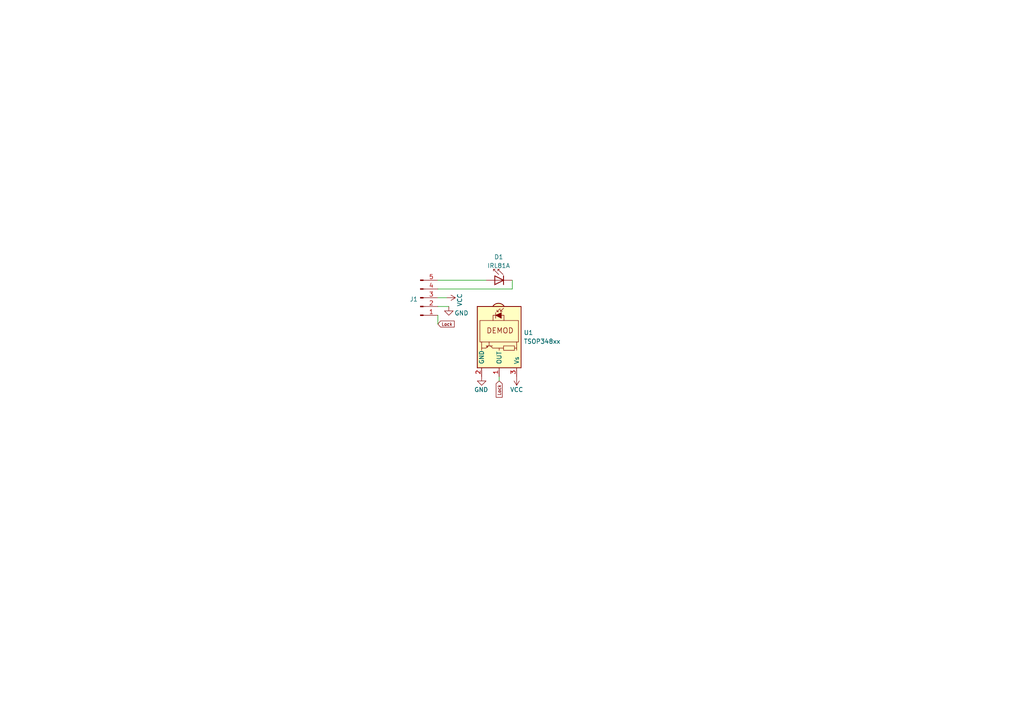
<source format=kicad_sch>
(kicad_sch (version 20231120) (generator "eeschema") (generator_version "8.0")
  (paper "A4")
  (lib_symbols
    (symbol "Connector:Conn_01x05_Male" (pin_names (offset 1.016) hide)
      (property "Reference" "J" (at 0 7.62 0))
      (property "Value" "Conn_01x05_Male" (at 0 -7.62 0))
      (symbol "Conn_01x05_Male_1_1"
        (polyline (pts (xy 1.27 -5.08) (xy 0.8636 -5.08)) (stroke (width 0.1524)))
        (polyline (pts (xy 1.27 -2.54) (xy 0.8636 -2.54)) (stroke (width 0.1524)))
        (polyline (pts (xy 1.27 0) (xy 0.8636 0)) (stroke (width 0.1524)))
        (polyline (pts (xy 1.27 2.54) (xy 0.8636 2.54)) (stroke (width 0.1524)))
        (polyline (pts (xy 1.27 5.08) (xy 0.8636 5.08)) (stroke (width 0.1524)))
        (rectangle (start 0.8636 -4.953) (end 0 -5.207) (stroke (width 0.1524)) (fill (type outline)))
        (rectangle (start 0.8636 -2.413) (end 0 -2.667) (stroke (width 0.1524)) (fill (type outline)))
        (rectangle (start 0.8636 0.127) (end 0 -0.127) (stroke (width 0.1524)) (fill (type outline)))
        (rectangle (start 0.8636 2.667) (end 0 2.413) (stroke (width 0.1524)) (fill (type outline)))
        (rectangle (start 0.8636 5.207) (end 0 4.953) (stroke (width 0.1524)) (fill (type outline)))
        (pin passive line (at 5.08 5.08 180) (length 3.81) (name "Pin_1") (number "1"))
        (pin passive line (at 5.08 2.54 180) (length 3.81) (name "Pin_2") (number "2"))
        (pin passive line (at 5.08 0 180) (length 3.81) (name "Pin_3") (number "3"))
        (pin passive line (at 5.08 -2.54 180) (length 3.81) (name "Pin_4") (number "4"))
        (pin passive line (at 5.08 -5.08 180) (length 3.81) (name "Pin_5") (number "5"))
      )
    )
    (symbol "Interface_Optical:TSOP348xx" (pin_names (offset 1.016))
      (property "Reference" "U" (at -10.16 7.62 0))
      (property "Value" "TSOP348xx" (at -10.16 -7.62 0))
      (symbol "TSOP348xx_0_0"
        (arc (start -10.287 1.397) (mid -11.0899 -0.1852) (end -10.287 -1.778) (stroke (width 0.254)) (fill (type background)))
        (polyline (pts (xy 1.905 -5.08) (xy 0.127 -5.08)))
        (polyline (pts (xy 1.905 5.08) (xy 0.127 5.08)))
        (text "DEMOD" (at -3.175 0.254 900) (effects (font (size 1.524 1.524))))
      )
      (symbol "TSOP348xx_0_1"
        (rectangle (start -6.096 5.588) (end 0.127 -5.588))
        (polyline (pts (xy -8.763 0.381) (xy -9.652 1.27)))
        (polyline (pts (xy -8.763 0.381) (xy -9.271 0.381)))
        (polyline (pts (xy -8.763 0.381) (xy -8.763 0.889)))
        (polyline (pts (xy -8.636 -0.635) (xy -9.525 0.254)))
        (polyline (pts (xy -8.636 -0.635) (xy -9.144 -0.635)))
        (polyline (pts (xy -8.636 -0.635) (xy -8.636 -0.127)))
        (polyline (pts (xy -8.382 -1.016) (xy -6.731 -1.016)))
        (polyline (pts (xy 1.27 -2.921) (xy 0.127 -2.921)))
        (polyline (pts (xy 1.27 -1.905) (xy 1.27 -3.81)))
        (polyline (pts (xy 1.397 -3.556) (xy 1.524 -3.556)))
        (polyline (pts (xy 1.651 -3.556) (xy 1.524 -3.556)))
        (polyline (pts (xy 1.651 -3.556) (xy 1.651 -3.302)))
        (polyline (pts (xy 1.905 0) (xy 1.905 1.27)))
        (polyline (pts (xy 1.905 4.445) (xy 1.905 5.08) (xy 2.54 5.08)))
        (polyline (pts (xy -8.382 0.635) (xy -6.731 0.635) (xy -7.62 -1.016) (xy -8.382 0.635)) (fill (type outline)))
        (polyline (pts (xy -6.096 1.397) (xy -7.62 1.397) (xy -7.62 -1.778) (xy -6.096 -1.778)))
        (polyline (pts (xy 1.27 -3.175) (xy 1.905 -3.81) (xy 1.905 -5.08) (xy 2.54 -5.08)))
        (polyline (pts (xy 1.27 -2.54) (xy 1.905 -1.905) (xy 1.905 0) (xy 2.54 0)))
        (rectangle (start 2.54 1.27) (end 1.27 4.445))
        (rectangle (start 7.62 6.35) (end -10.16 -6.35) (stroke (width 0.254)) (fill (type background)))
      )
      (symbol "TSOP348xx_1_1"
        (pin output line (at 10.16 0 180) (length 2.54) (name "OUT") (number "1"))
        (pin power_in line (at 10.16 -5.08 180) (length 2.54) (name "GND") (number "2"))
        (pin power_in line (at 10.16 5.08 180) (length 2.54) (name "Vs") (number "3"))
      )
    )
    (symbol "LED:IRL81A" (pin_numbers hide) (pin_names (offset 1.016) hide)
      (property "Reference" "D" (at 0.508 1.778 0))
      (property "Value" "IRL81A" (at -1.016 -2.794 0))
      (symbol "IRL81A_0_1"
        (polyline (pts (xy -2.54 0) (xy 0 0)))
        (polyline (pts (xy -2.54 1.27) (xy -2.54 -1.27)) (stroke (width 0.254)))
        (polyline (pts (xy 0.381 3.175) (xy -0.127 3.175)))
        (polyline (pts (xy -1.143 1.651) (xy 0.381 3.175) (xy 0.381 2.667)))
        (polyline (pts (xy 0 -1.27) (xy 0 1.27) (xy -2.54 0) (xy 0 -1.27)) (stroke (width 0.254)))
        (polyline (pts (xy -2.413 1.651) (xy -0.889 3.175) (xy -0.889 2.667) (xy -0.889 3.175) (xy -1.397 3.175)))
      )
      (symbol "IRL81A_1_1"
        (pin passive line (at -5.08 0 0) (length 2.54) (name "K") (number "1"))
        (pin passive line (at 2.54 0 180) (length 2.54) (name "A") (number "2"))
      )
    )
    (symbol "power:GND" (power) (pin_names (offset 0))
      (property "Value" "GND" (at 0 -3.81 0))
      (symbol "GND_0_1"
        (polyline (pts (xy 0 0) (xy 0 -1.27) (xy 1.27 -1.27) (xy 0 -2.54) (xy -1.27 -1.27) (xy 0 -1.27)))
      )
      (symbol "GND_1_1"
        (pin power_in line (at 0 0 270) (length 0) hide (name "GND") (number "1"))
      )
    )
    (symbol "power:VCC" (power) (pin_names (offset 0))
      (property "Value" "VCC" (at 0 3.81 0))
      (symbol "VCC_0_1"
        (polyline (pts (xy -0.762 1.27) (xy 0 2.54)))
        (polyline (pts (xy 0 0) (xy 0 2.54)))
        (polyline (pts (xy 0 2.54) (xy 0.762 1.27)))
      )
      (symbol "VCC_1_1"
        (pin power_in line (at 0 0 90) (length 0) hide (name "VCC") (number "1"))
      )
    )
  )
  (wire (pts (xy 130.175 88.9) (xy 127 88.9)))
  (wire (pts (xy 129.54 86.36) (xy 127 86.36)))
  (wire (pts (xy 148.59 83.82) (xy 148.59 81.28)))
  (wire (pts (xy 127 83.82) (xy 148.59 83.82)))
  (wire (pts (xy 127 93.98) (xy 127 91.44)))
  (wire (pts (xy 127 81.28) (xy 140.97 81.28)))
  (wire (pts (xy 144.78 109.22) (xy 144.78 110.49)))
  (global_label "Lock" (shape input) (at 127 93.98 0) (effects (font (size 0.9 0.9))) (property "Intersheetrefs" "${INTERSHEET_REFS}" (effects (hide yes))) (property "Referenzen zwischen Schaltplänen" "${INTERSHEET_REFS}" (effects (hide yes))))
  (global_label "Lock" (shape input) (at 144.78 110.49 270) (effects (font (size 0.9 0.9))) (property "Intersheetrefs" "${INTERSHEET_REFS}" (effects (hide yes))) (property "Referenzen zwischen Schaltplänen" "${INTERSHEET_REFS}" (effects (hide yes))))
  (symbol (lib_id "Connector:Conn_01x05_Male") (at 121.92 86.36 0) (mirror x) (unit 1)
    (property "Reference" "J1" (at 121.2089 86.7938 0) (effects (justify right)))
    (property "Value" "Conn_01x05_Male" (effects (hide yes)))
    (property "Footprint" "Connector_PinHeader_1.27mm:PinHeader_2x03_P1.27mm_Vertical" (effects (hide yes)))
  )
  (symbol (lib_id "power:GND") (at 139.7 109.22 0) (mirror y) (unit 1)
    (property "Reference" "#PWR03" (effects (hide yes)))
    (property "Value" "GND" (at 141.605 113.03 0) (effects (justify left)))
  )
  (symbol (lib_id "power:VCC") (at 129.54 86.36 270) (mirror x) (unit 1)
    (property "Reference" "#PWR01" (effects (hide yes)))
    (property "Value" "VCC" (at 133.35 85.09 0) (effects (justify right)))
  )
  (symbol (lib_id "power:GND") (at 130.175 88.9 0) (mirror y) (unit 1)
    (property "Reference" "#PWR02" (effects (hide yes)))
    (property "Value" "GND" (at 135.89 90.805 0) (effects (justify left)))
  )
  (symbol (lib_id "power:VCC") (at 149.86 109.22 0) (mirror x) (unit 1)
    (property "Reference" "#PWR04" (effects (hide yes)))
    (property "Value" "VCC" (at 151.765 113.03 0) (effects (justify right)))
  )
  (symbol (lib_id "Interface_Optical:TSOP348xx") (at 144.78 99.06 270) (unit 1)
    (property "Reference" "U1" (at 151.892 96.4903 90) (effects (justify left)))
    (property "Value" "TSOP348xx" (at 151.892 99.0272 90) (effects (justify left)))
    (property "Footprint" "OptoDevice:Vishay_MOLD-3Pin" (effects (hide yes)))
    (property "Datasheet" "https://www.vishay.com/docs/82489/tsop322.pdf" (effects (hide yes)))
  )
  (symbol (lib_id "LED:IRL81A") (at 143.51 81.28 0) (mirror y) (unit 1)
    (property "Reference" "D1" (at 144.653 74.5322 0))
    (property "Value" "IRL81A" (at 144.653 77.0691 0))
    (property "Footprint" "LED_THT:LED_SideEmitter_Rectangular_W4.5mm_H1.6mm" (effects (hide yes)))
    (property "Datasheet" "http://www.osram-os.com/Graphics/XPic0/00203825_0.pdf" (effects (hide yes)))
  )
)
</source>
